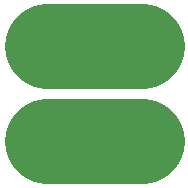
<source format=gbl>
%TF.GenerationSoftware,KiCad,Pcbnew,4.0.5-e0-6337~49~ubuntu16.04.1*%
%TF.CreationDate,2017-03-16T09:30:54-07:00*%
%TF.ProjectId,2x2-Tilt-Switch-1208-SMT,3278322D54696C742D5377697463682D,1.0*%
%TF.FileFunction,Copper,L2,Bot,Signal*%
%FSLAX46Y46*%
G04 Gerber Fmt 4.6, Leading zero omitted, Abs format (unit mm)*
G04 Created by KiCad (PCBNEW 4.0.5-e0-6337~49~ubuntu16.04.1) date Thu Mar 16 09:30:54 2017*
%MOMM*%
%LPD*%
G01*
G04 APERTURE LIST*
%ADD10C,0.350000*%
%ADD11C,7.200000*%
%ADD12C,6.000000*%
%ADD13C,0.350000*%
G04 APERTURE END LIST*
D10*
D11*
X4471400Y-15286720D02*
X12471400Y-15286720D01*
X4471400Y-23286720D02*
X12471400Y-23286720D01*
D12*
X4471400Y-23286720D03*
X4471400Y-15286720D03*
X12471400Y-15286720D03*
X12471400Y-23286720D03*
D13*
X4471400Y-23286720D03*
X4471400Y-15286720D03*
X12471400Y-15286720D03*
X12471400Y-23286720D03*
M02*

</source>
